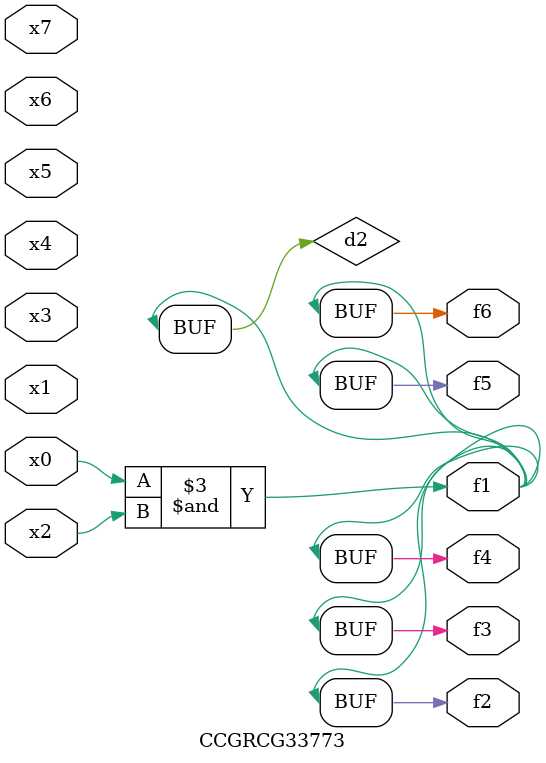
<source format=v>
module CCGRCG33773(
	input x0, x1, x2, x3, x4, x5, x6, x7,
	output f1, f2, f3, f4, f5, f6
);

	wire d1, d2;

	nor (d1, x3, x6);
	and (d2, x0, x2);
	assign f1 = d2;
	assign f2 = d2;
	assign f3 = d2;
	assign f4 = d2;
	assign f5 = d2;
	assign f6 = d2;
endmodule

</source>
